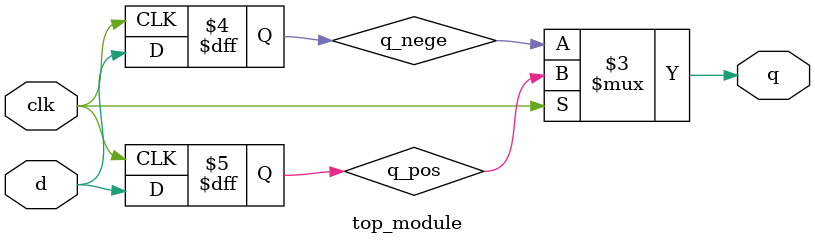
<source format=v>
module top_module (
           input clk,
           input d,
           output q
       );


reg q_pos,q_nege;

always @(posedge clk) begin
    q_pos <= d;
end

always @(negedge clk) begin
    q_nege <= d;
end
assign q = clk? q_pos : q_nege;
endmodule

</source>
